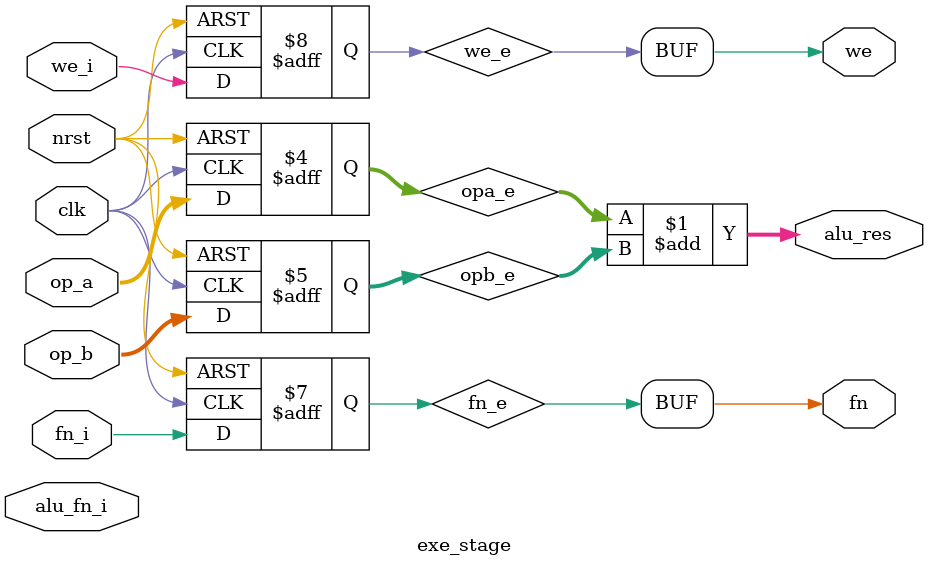
<source format=sv>
module exe_stage(
	input logic clk, nrst,
	input logic fn_i, we_i,
	input logic [4:0] alu_fn_i,
	input logic [31:0] op_a, op_b,	// operands a and b from issue stage
	output logic [31:0] alu_res,  	// alu result in PIPE #5
	output logic fn, we
	);
	
	// registers
	logic [31:0] opa_e;	   // pipe #5 from decode to execute stage (operand A at execute stage)
	logic [31:0] opb_e;	   // pipe #5 from decode to execute stage (operand B at execute stage)
	logic [4:0] alu_fn_e;	   // alu control in exe stage will be input to alu block
	logic fn_e;		   
	logic we_e;
	
	// *will be replaced by alu block and alu_fn_e will be the input ctrl* //
	assign alu_res = opa_e + opb_e;

	// pipes
	always_ff @(posedge clk, negedge nrst)
	  begin
		if (!nrst)
		  begin
			opa_e    <= 0;
			opb_e    <= 0;
			alu_fn_e <= 0;
			fn_e	 <= 0;
			we_e	 <= 0;
		  end
		else
		  begin
			opa_e    <= op_a;
			opb_e    <= op_b;	
			alu_fn_e <= alu_fn_i;
			fn_e	 <= fn_i;
			we_e	 <= we_i;
		  end
	  end

	// output
	assign fn = fn_e;
	assign we = we_e;

endmodule

</source>
